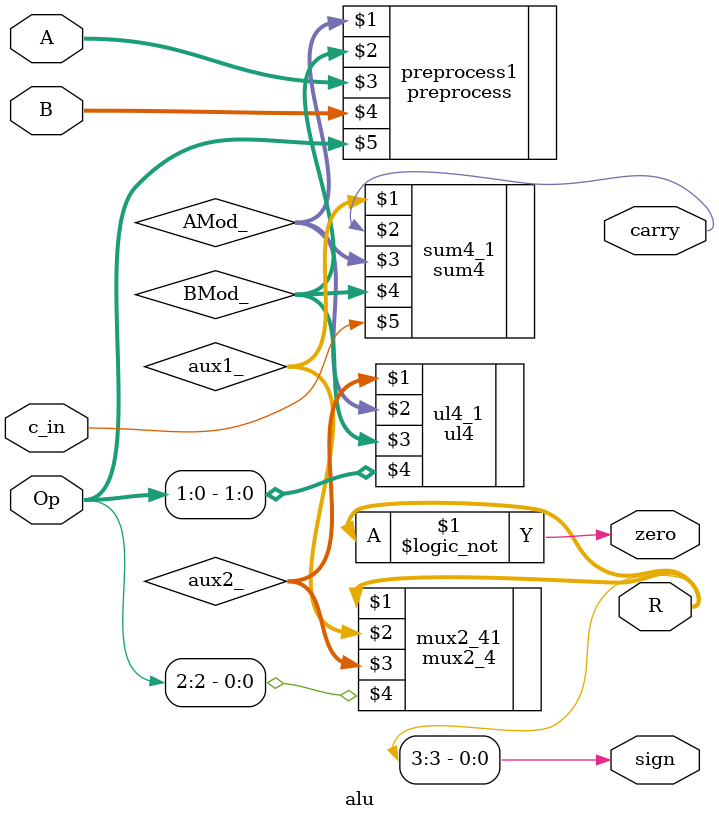
<source format=v>
module alu(output wire [3:0] R, output wire zero, carry, sign, input wire [3:0] A, B, input wire c_in, input wire [2:0] Op);

wire [3:0] AMod_, BMod_, aux1_, aux2_;
preprocess preprocess1(AMod_, BMod_, A, B, Op);
sum4 sum4_1(aux1_, carry, AMod_, BMod_, c_in);
ul4 ul4_1(aux2_, AMod_, BMod_, Op[1:0]);
mux2_4 mux2_41(R, aux1_, aux2_, Op[2]);

assign zero = (R == 4'b0000);
assign sign = R[3];

endmodule
</source>
